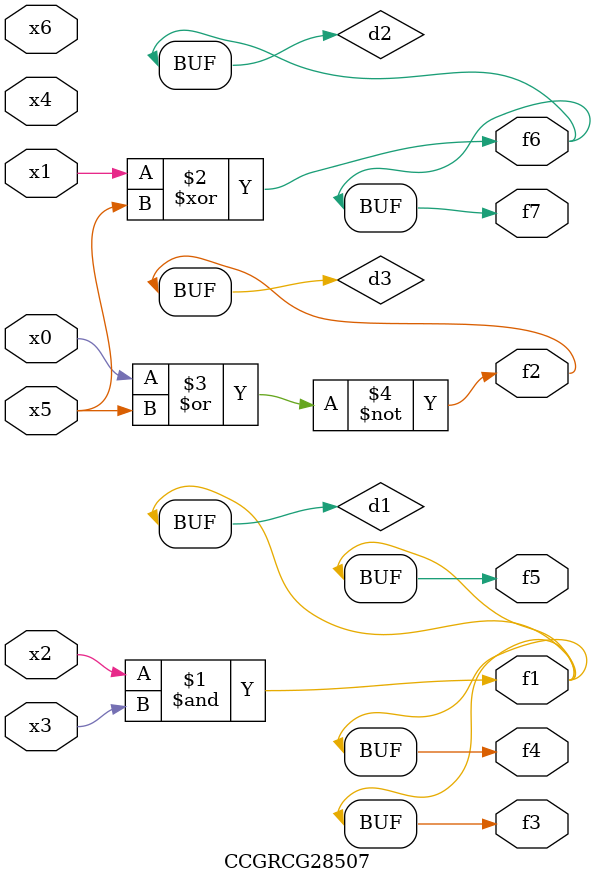
<source format=v>
module CCGRCG28507(
	input x0, x1, x2, x3, x4, x5, x6,
	output f1, f2, f3, f4, f5, f6, f7
);

	wire d1, d2, d3;

	and (d1, x2, x3);
	xor (d2, x1, x5);
	nor (d3, x0, x5);
	assign f1 = d1;
	assign f2 = d3;
	assign f3 = d1;
	assign f4 = d1;
	assign f5 = d1;
	assign f6 = d2;
	assign f7 = d2;
endmodule

</source>
